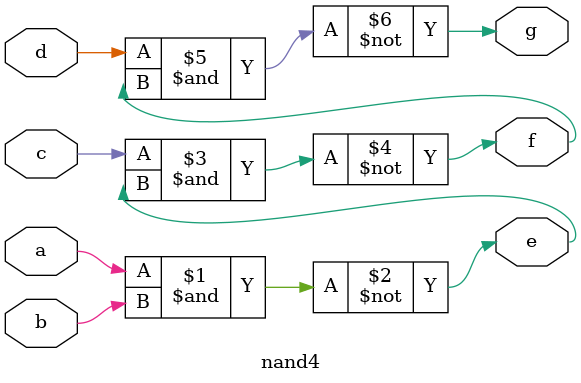
<source format=v>
`timescale 1ns / 1ps


module nand4(
    input a,b,c,d,
    output e,f,g

    );
    
    assign e = ~(a&b);
    assign f = ~(c&e);
    assign g = ~(d&f);
endmodule

</source>
